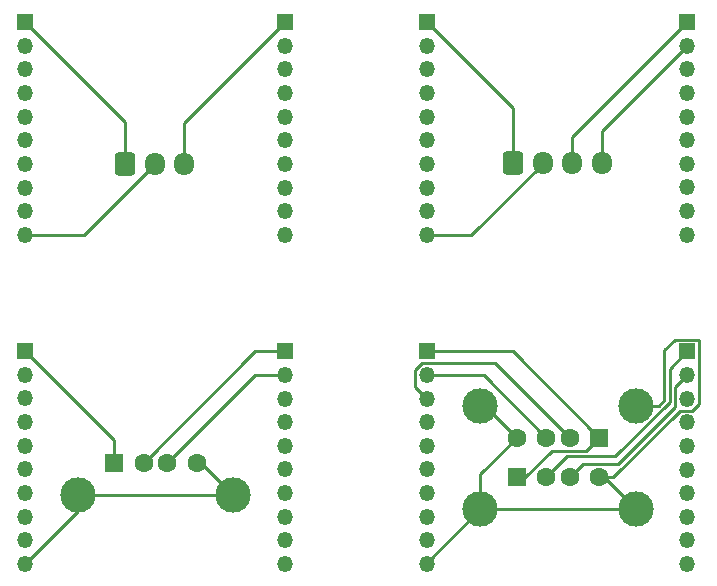
<source format=gbr>
%TF.GenerationSoftware,KiCad,Pcbnew,7.0.7*%
%TF.CreationDate,2023-10-06T19:00:49-06:00*%
%TF.ProjectId,Modular_Interfaces_No_GigE,4d6f6475-6c61-4725-9f49-6e7465726661,rev?*%
%TF.SameCoordinates,Original*%
%TF.FileFunction,Copper,L1,Top*%
%TF.FilePolarity,Positive*%
%FSLAX46Y46*%
G04 Gerber Fmt 4.6, Leading zero omitted, Abs format (unit mm)*
G04 Created by KiCad (PCBNEW 7.0.7) date 2023-10-06 19:00:49*
%MOMM*%
%LPD*%
G01*
G04 APERTURE LIST*
G04 Aperture macros list*
%AMRoundRect*
0 Rectangle with rounded corners*
0 $1 Rounding radius*
0 $2 $3 $4 $5 $6 $7 $8 $9 X,Y pos of 4 corners*
0 Add a 4 corners polygon primitive as box body*
4,1,4,$2,$3,$4,$5,$6,$7,$8,$9,$2,$3,0*
0 Add four circle primitives for the rounded corners*
1,1,$1+$1,$2,$3*
1,1,$1+$1,$4,$5*
1,1,$1+$1,$6,$7*
1,1,$1+$1,$8,$9*
0 Add four rect primitives between the rounded corners*
20,1,$1+$1,$2,$3,$4,$5,0*
20,1,$1+$1,$4,$5,$6,$7,0*
20,1,$1+$1,$6,$7,$8,$9,0*
20,1,$1+$1,$8,$9,$2,$3,0*%
G04 Aperture macros list end*
%TA.AperFunction,ComponentPad*%
%ADD10RoundRect,0.250000X-0.600000X-0.725000X0.600000X-0.725000X0.600000X0.725000X-0.600000X0.725000X0*%
%TD*%
%TA.AperFunction,ComponentPad*%
%ADD11O,1.700000X1.950000*%
%TD*%
%TA.AperFunction,ComponentPad*%
%ADD12R,1.350000X1.350000*%
%TD*%
%TA.AperFunction,ComponentPad*%
%ADD13O,1.350000X1.350000*%
%TD*%
%TA.AperFunction,ComponentPad*%
%ADD14R,1.600000X1.600000*%
%TD*%
%TA.AperFunction,ComponentPad*%
%ADD15C,1.600000*%
%TD*%
%TA.AperFunction,ComponentPad*%
%ADD16C,3.000000*%
%TD*%
%TA.AperFunction,Conductor*%
%ADD17C,0.250000*%
%TD*%
G04 APERTURE END LIST*
D10*
%TO.P,J11,1,Pin_1*%
%TO.N,Net-(J11-Pin_1)*%
X139523507Y-78091199D03*
D11*
%TO.P,J11,2,Pin_2*%
%TO.N,Net-(J11-Pin_2)*%
X142023507Y-78091199D03*
%TO.P,J11,3,Pin_3*%
%TO.N,Net-(J11-Pin_3)*%
X144523507Y-78091199D03*
%TO.P,J11,4,Pin_4*%
%TO.N,Net-(J11-Pin_4)*%
X147023507Y-78091199D03*
%TD*%
D12*
%TO.P,J13,1,Pin_1*%
%TO.N,Net-(J11-Pin_3)*%
X154220000Y-66120000D03*
D13*
%TO.P,J13,2,Pin_2*%
%TO.N,Net-(J11-Pin_4)*%
X154220000Y-68120000D03*
%TO.P,J13,3,Pin_3*%
%TO.N,unconnected-(J13-Pin_3-Pad3)*%
X154220000Y-70120000D03*
%TO.P,J13,4,Pin_4*%
%TO.N,unconnected-(J13-Pin_4-Pad4)*%
X154220000Y-72120000D03*
%TO.P,J13,5,Pin_5*%
%TO.N,unconnected-(J13-Pin_5-Pad5)*%
X154220000Y-74120000D03*
%TO.P,J13,6,Pin_6*%
%TO.N,unconnected-(J13-Pin_6-Pad6)*%
X154220000Y-76120000D03*
%TO.P,J13,7,Pin_7*%
%TO.N,unconnected-(J13-Pin_7-Pad7)*%
X154220000Y-78120000D03*
%TO.P,J13,8,Pin_8*%
%TO.N,unconnected-(J13-Pin_8-Pad8)*%
X154220000Y-80120000D03*
%TO.P,J13,9,Pin_9*%
%TO.N,unconnected-(J13-Pin_9-Pad9)*%
X154220000Y-82120000D03*
%TO.P,J13,10,Pin_10*%
%TO.N,unconnected-(J13-Pin_10-Pad10)*%
X154220000Y-84120000D03*
%TD*%
%TO.P,J12,10,Pin_10*%
%TO.N,Net-(J11-Pin_2)*%
X132250000Y-84130000D03*
%TO.P,J12,9,Pin_9*%
%TO.N,unconnected-(J12-Pin_9-Pad9)*%
X132250000Y-82130000D03*
%TO.P,J12,8,Pin_8*%
%TO.N,unconnected-(J12-Pin_8-Pad8)*%
X132250000Y-80130000D03*
%TO.P,J12,7,Pin_7*%
%TO.N,unconnected-(J12-Pin_7-Pad7)*%
X132250000Y-78130000D03*
%TO.P,J12,6,Pin_6*%
%TO.N,unconnected-(J12-Pin_6-Pad6)*%
X132250000Y-76130000D03*
%TO.P,J12,5,Pin_5*%
%TO.N,unconnected-(J12-Pin_5-Pad5)*%
X132250000Y-74130000D03*
%TO.P,J12,4,Pin_4*%
%TO.N,unconnected-(J12-Pin_4-Pad4)*%
X132250000Y-72130000D03*
%TO.P,J12,3,Pin_3*%
%TO.N,unconnected-(J12-Pin_3-Pad3)*%
X132250000Y-70130000D03*
%TO.P,J12,2,Pin_2*%
%TO.N,unconnected-(J12-Pin_2-Pad2)*%
X132250000Y-68130000D03*
D12*
%TO.P,J12,1,Pin_1*%
%TO.N,Net-(J11-Pin_1)*%
X132250000Y-66130000D03*
%TD*%
%TO.P,J10,1,Pin_1*%
%TO.N,Net-(J10-Pin_1)*%
X120200000Y-66130000D03*
D13*
%TO.P,J10,2,Pin_2*%
%TO.N,unconnected-(J10-Pin_2-Pad2)*%
X120200000Y-68130000D03*
%TO.P,J10,3,Pin_3*%
%TO.N,unconnected-(J10-Pin_3-Pad3)*%
X120200000Y-70130000D03*
%TO.P,J10,4,Pin_4*%
%TO.N,unconnected-(J10-Pin_4-Pad4)*%
X120200000Y-72130000D03*
%TO.P,J10,5,Pin_5*%
%TO.N,unconnected-(J10-Pin_5-Pad5)*%
X120200000Y-74130000D03*
%TO.P,J10,6,Pin_6*%
%TO.N,unconnected-(J10-Pin_6-Pad6)*%
X120200000Y-76130000D03*
%TO.P,J10,7,Pin_7*%
%TO.N,unconnected-(J10-Pin_7-Pad7)*%
X120200000Y-78130000D03*
%TO.P,J10,8,Pin_8*%
%TO.N,unconnected-(J10-Pin_8-Pad8)*%
X120200000Y-80130000D03*
%TO.P,J10,9,Pin_9*%
%TO.N,unconnected-(J10-Pin_9-Pad9)*%
X120200000Y-82130000D03*
%TO.P,J10,10,Pin_10*%
%TO.N,unconnected-(J10-Pin_10-Pad10)*%
X120200000Y-84130000D03*
%TD*%
D12*
%TO.P,J9,1,Pin_1*%
%TO.N,Net-(J8-Pin_1)*%
X98210000Y-66130000D03*
D13*
%TO.P,J9,2,Pin_2*%
%TO.N,unconnected-(J9-Pin_2-Pad2)*%
X98210000Y-68130000D03*
%TO.P,J9,3,Pin_3*%
%TO.N,unconnected-(J9-Pin_3-Pad3)*%
X98210000Y-70130000D03*
%TO.P,J9,4,Pin_4*%
%TO.N,unconnected-(J9-Pin_4-Pad4)*%
X98210000Y-72130000D03*
%TO.P,J9,5,Pin_5*%
%TO.N,unconnected-(J9-Pin_5-Pad5)*%
X98210000Y-74130000D03*
%TO.P,J9,6,Pin_6*%
%TO.N,unconnected-(J9-Pin_6-Pad6)*%
X98210000Y-76130000D03*
%TO.P,J9,7,Pin_7*%
%TO.N,unconnected-(J9-Pin_7-Pad7)*%
X98210000Y-78130000D03*
%TO.P,J9,8,Pin_8*%
%TO.N,unconnected-(J9-Pin_8-Pad8)*%
X98210000Y-80130000D03*
%TO.P,J9,9,Pin_9*%
%TO.N,unconnected-(J9-Pin_9-Pad9)*%
X98210000Y-82130000D03*
%TO.P,J9,10,Pin_10*%
%TO.N,Net-(J8-Pin_2)*%
X98210000Y-84130000D03*
%TD*%
D10*
%TO.P,J8,1,Pin_1*%
%TO.N,Net-(J8-Pin_1)*%
X106693507Y-78171199D03*
D11*
%TO.P,J8,2,Pin_2*%
%TO.N,Net-(J8-Pin_2)*%
X109193507Y-78171199D03*
%TO.P,J8,3,Pin_3*%
%TO.N,Net-(J10-Pin_1)*%
X111693507Y-78171199D03*
%TD*%
D13*
%TO.P,J7,10,Pin_10*%
%TO.N,unconnected-(J7-Pin_10-Pad10)*%
X154250000Y-112010000D03*
%TO.P,J7,9,Pin_9*%
%TO.N,unconnected-(J7-Pin_9-Pad9)*%
X154250000Y-110010000D03*
%TO.P,J7,8,Pin_8*%
%TO.N,unconnected-(J7-Pin_8-Pad8)*%
X154250000Y-108010000D03*
%TO.P,J7,7,Pin_7*%
%TO.N,unconnected-(J7-Pin_7-Pad7)*%
X154250000Y-106010000D03*
%TO.P,J7,6,Pin_6*%
%TO.N,unconnected-(J7-Pin_6-Pad6)*%
X154250000Y-104010000D03*
%TO.P,J7,5,Pin_5*%
%TO.N,unconnected-(J7-Pin_5-Pad5)*%
X154250000Y-102010000D03*
%TO.P,J7,4,Pin_4*%
%TO.N,unconnected-(J7-Pin_4-Pad4)*%
X154250000Y-100010000D03*
%TO.P,J7,3,Pin_3*%
%TO.N,unconnected-(J7-Pin_3-Pad3)*%
X154250000Y-98010000D03*
%TO.P,J7,2,Pin_2*%
%TO.N,Net-(J5-D+)*%
X154250000Y-96010000D03*
D12*
%TO.P,J7,1,Pin_1*%
%TO.N,Net-(J5-D-)*%
X154250000Y-94010000D03*
%TD*%
%TO.P,J6,1,Pin_1*%
%TO.N,Net-(J4-VBUS)*%
X132272200Y-93999000D03*
D13*
%TO.P,J6,2,Pin_2*%
%TO.N,Net-(J4-D+)*%
X132272200Y-95999000D03*
%TO.P,J6,3,Pin_3*%
%TO.N,Net-(J4-D-)*%
X132272200Y-97999000D03*
%TO.P,J6,4,Pin_4*%
%TO.N,unconnected-(J6-Pin_4-Pad4)*%
X132272200Y-99999000D03*
%TO.P,J6,5,Pin_5*%
%TO.N,unconnected-(J6-Pin_5-Pad5)*%
X132272200Y-101999000D03*
%TO.P,J6,6,Pin_6*%
%TO.N,unconnected-(J6-Pin_6-Pad6)*%
X132272200Y-103999000D03*
%TO.P,J6,7,Pin_7*%
%TO.N,unconnected-(J6-Pin_7-Pad7)*%
X132272200Y-105999000D03*
%TO.P,J6,8,Pin_8*%
%TO.N,unconnected-(J6-Pin_8-Pad8)*%
X132272200Y-107999000D03*
%TO.P,J6,9,Pin_9*%
%TO.N,unconnected-(J6-Pin_9-Pad9)*%
X132272200Y-109999000D03*
%TO.P,J6,10,Pin_10*%
%TO.N,Net-(J4-GND)*%
X132272200Y-111999000D03*
%TD*%
D14*
%TO.P,J5,1,VBUS*%
%TO.N,Net-(J4-VBUS)*%
X146830000Y-101300000D03*
D15*
%TO.P,J5,2,D-*%
%TO.N,Net-(J5-D-)*%
X144330000Y-101300000D03*
%TO.P,J5,3,D+*%
%TO.N,Net-(J5-D+)*%
X142330000Y-101300000D03*
%TO.P,J5,4,GND*%
%TO.N,Net-(J4-GND)*%
X139830000Y-101300000D03*
D16*
%TO.P,J5,5,Shield*%
X149900000Y-98590000D03*
X136760000Y-98590000D03*
%TD*%
D14*
%TO.P,J4,1,VBUS*%
%TO.N,Net-(J4-VBUS)*%
X139832200Y-104679000D03*
D15*
%TO.P,J4,2,D-*%
%TO.N,Net-(J4-D-)*%
X142332200Y-104679000D03*
%TO.P,J4,3,D+*%
%TO.N,Net-(J4-D+)*%
X144332200Y-104679000D03*
%TO.P,J4,4,GND*%
%TO.N,Net-(J4-GND)*%
X146832200Y-104679000D03*
D16*
%TO.P,J4,5,Shield*%
X136762200Y-107389000D03*
X149902200Y-107389000D03*
%TD*%
D12*
%TO.P,J3,1,Pin_1*%
%TO.N,Net-(J1-D-)*%
X120210000Y-94000000D03*
D13*
%TO.P,J3,2,Pin_2*%
%TO.N,Net-(J1-D+)*%
X120210000Y-96000000D03*
%TO.P,J3,3,Pin_3*%
%TO.N,unconnected-(J3-Pin_3-Pad3)*%
X120210000Y-98000000D03*
%TO.P,J3,4,Pin_4*%
%TO.N,unconnected-(J3-Pin_4-Pad4)*%
X120210000Y-100000000D03*
%TO.P,J3,5,Pin_5*%
%TO.N,unconnected-(J3-Pin_5-Pad5)*%
X120210000Y-102000000D03*
%TO.P,J3,6,Pin_6*%
%TO.N,unconnected-(J3-Pin_6-Pad6)*%
X120210000Y-104000000D03*
%TO.P,J3,7,Pin_7*%
%TO.N,unconnected-(J3-Pin_7-Pad7)*%
X120210000Y-106000000D03*
%TO.P,J3,8,Pin_8*%
%TO.N,unconnected-(J3-Pin_8-Pad8)*%
X120210000Y-108000000D03*
%TO.P,J3,9,Pin_9*%
%TO.N,unconnected-(J3-Pin_9-Pad9)*%
X120210000Y-110000000D03*
%TO.P,J3,10,Pin_10*%
%TO.N,unconnected-(J3-Pin_10-Pad10)*%
X120210000Y-112000000D03*
%TD*%
D12*
%TO.P,J2,1,Pin_1*%
%TO.N,Net-(J1-VBUS)*%
X98230000Y-93990000D03*
D13*
%TO.P,J2,2,Pin_2*%
%TO.N,unconnected-(J2-Pin_2-Pad2)*%
X98230000Y-95990000D03*
%TO.P,J2,3,Pin_3*%
%TO.N,unconnected-(J2-Pin_3-Pad3)*%
X98230000Y-97990000D03*
%TO.P,J2,4,Pin_4*%
%TO.N,unconnected-(J2-Pin_4-Pad4)*%
X98230000Y-99990000D03*
%TO.P,J2,5,Pin_5*%
%TO.N,unconnected-(J2-Pin_5-Pad5)*%
X98230000Y-101990000D03*
%TO.P,J2,6,Pin_6*%
%TO.N,unconnected-(J2-Pin_6-Pad6)*%
X98230000Y-103990000D03*
%TO.P,J2,7,Pin_7*%
%TO.N,unconnected-(J2-Pin_7-Pad7)*%
X98230000Y-105990000D03*
%TO.P,J2,8,Pin_8*%
%TO.N,unconnected-(J2-Pin_8-Pad8)*%
X98230000Y-107990000D03*
%TO.P,J2,9,Pin_9*%
%TO.N,unconnected-(J2-Pin_9-Pad9)*%
X98230000Y-109990000D03*
%TO.P,J2,10,Pin_10*%
%TO.N,Net-(J1-GND)*%
X98230000Y-111990000D03*
%TD*%
D14*
%TO.P,J1,1,VBUS*%
%TO.N,Net-(J1-VBUS)*%
X105760200Y-103410800D03*
D15*
%TO.P,J1,2,D-*%
%TO.N,Net-(J1-D-)*%
X108260200Y-103410800D03*
%TO.P,J1,3,D+*%
%TO.N,Net-(J1-D+)*%
X110260200Y-103410800D03*
%TO.P,J1,4,GND*%
%TO.N,Net-(J1-GND)*%
X112760200Y-103410800D03*
D16*
%TO.P,J1,5,Shield*%
X102690200Y-106120800D03*
X115830200Y-106120800D03*
%TD*%
D17*
%TO.N,Net-(J10-Pin_1)*%
X111693507Y-78171199D02*
X111693507Y-74641199D01*
%TO.N,Net-(J8-Pin_2)*%
X109193507Y-78171199D02*
X103232507Y-84132199D01*
X103232507Y-84132199D02*
X98217307Y-84132199D01*
%TO.N,Net-(J11-Pin_3)*%
X144523507Y-75821199D02*
X154223507Y-66121199D01*
%TO.N,Net-(J11-Pin_1)*%
X139523507Y-78096199D02*
X139523507Y-73401199D01*
%TO.N,Net-(J11-Pin_4)*%
X147023507Y-78096199D02*
X147023507Y-75321199D01*
X147023507Y-75321199D02*
X154223507Y-68121199D01*
%TO.N,Net-(J11-Pin_3)*%
X144523507Y-78096199D02*
X144523507Y-75821199D01*
%TO.N,Net-(J11-Pin_2)*%
X135988507Y-84131199D02*
X132253507Y-84131199D01*
%TO.N,Net-(J11-Pin_1)*%
X139523507Y-73401199D02*
X132253507Y-66131199D01*
%TO.N,Net-(J10-Pin_1)*%
X111693507Y-74641199D02*
X120203507Y-66131199D01*
%TO.N,Net-(J11-Pin_2)*%
X142023507Y-78096199D02*
X135988507Y-84131199D01*
%TO.N,Net-(J4-GND)*%
X132266000Y-111885200D02*
X132266000Y-112000000D01*
X147963570Y-104679000D02*
X153632170Y-99010400D01*
X136762200Y-107389000D02*
X132266000Y-111885200D01*
%TO.N,Net-(J1-D-)*%
X108260200Y-103410800D02*
X117669600Y-94001400D01*
%TO.N,Net-(J4-GND)*%
X151846744Y-98588200D02*
X149902200Y-98588200D01*
X155253400Y-98424614D02*
X155253400Y-93010400D01*
%TO.N,Net-(J4-VBUS)*%
X146832200Y-101298200D02*
X139534000Y-94000000D01*
%TO.N,Net-(J1-GND)*%
X115830200Y-106120800D02*
X113120200Y-103410800D01*
%TO.N,Net-(J4-GND)*%
X136762200Y-107389000D02*
X136762200Y-104368200D01*
X136762200Y-104368200D02*
X139832200Y-101298200D01*
%TO.N,Net-(J4-D-)*%
X131252200Y-96986200D02*
X132266000Y-98000000D01*
%TO.N,Net-(J1-D-)*%
X117669600Y-94001400D02*
X120211200Y-94001400D01*
%TO.N,Net-(J1-GND)*%
X102690200Y-106120800D02*
X115830200Y-106120800D01*
X98223800Y-111991000D02*
X102690200Y-107524600D01*
%TO.N,Net-(J1-VBUS)*%
X105760200Y-101527400D02*
X105760200Y-103410800D01*
%TO.N,Net-(J4-VBUS)*%
X145707200Y-102423200D02*
X146832200Y-101298200D01*
%TO.N,Net-(J4-GND)*%
X152342200Y-93921600D02*
X152342200Y-98092744D01*
X136762200Y-107389000D02*
X149902200Y-107389000D01*
%TO.N,Net-(J4-D-)*%
X138034000Y-95000000D02*
X131851786Y-95000000D01*
%TO.N,Net-(J4-GND)*%
X139832200Y-101298200D02*
X137122200Y-98588200D01*
%TO.N,Net-(J1-VBUS)*%
X98223800Y-93991000D02*
X105760200Y-101527400D01*
%TO.N,Net-(J4-D-)*%
X131851786Y-95000000D02*
X131252200Y-95599586D01*
%TO.N,Net-(J4-VBUS)*%
X140542391Y-104679000D02*
X142798191Y-102423200D01*
%TO.N,Net-(J4-GND)*%
X153253400Y-93010400D02*
X152342200Y-93921600D01*
X153632170Y-99010400D02*
X154667614Y-99010400D01*
X137122200Y-98588200D02*
X136762200Y-98588200D01*
X152342200Y-98092744D02*
X151846744Y-98588200D01*
X155253400Y-93010400D02*
X153253400Y-93010400D01*
X146832200Y-104679000D02*
X147963570Y-104679000D01*
%TO.N,Net-(J4-D-)*%
X154253400Y-94010400D02*
X152792200Y-95471600D01*
%TO.N,Net-(J4-D+)*%
X142332200Y-101298200D02*
X137034000Y-96000000D01*
%TO.N,Net-(J1-GND)*%
X102690200Y-107524600D02*
X102690200Y-106120800D01*
%TO.N,Net-(J1-D+)*%
X117669600Y-96001400D02*
X120211200Y-96001400D01*
X110260200Y-103410800D02*
X117669600Y-96001400D01*
%TO.N,Net-(J8-Pin_1)*%
X106693507Y-74608399D02*
X98217307Y-66132199D01*
X106693507Y-78171199D02*
X106693507Y-74608399D01*
%TO.N,Net-(J4-D+)*%
X145457200Y-103554000D02*
X148387200Y-103554000D01*
%TO.N,Net-(J4-VBUS)*%
X139832200Y-104679000D02*
X140542391Y-104679000D01*
%TO.N,Net-(J4-D-)*%
X131252200Y-95599586D02*
X131252200Y-96986200D01*
%TO.N,Net-(J4-D+)*%
X153242200Y-98699000D02*
X153242200Y-97021600D01*
X153242200Y-97021600D02*
X154253400Y-96010400D01*
X144332200Y-104679000D02*
X145457200Y-103554000D01*
%TO.N,Net-(J4-D-)*%
X152792200Y-98279140D02*
X148192340Y-102879000D01*
%TO.N,Net-(J1-VBUS)*%
X98223800Y-93991000D02*
X98615000Y-93991000D01*
%TO.N,Net-(J4-GND)*%
X149902200Y-107389000D02*
X147192200Y-104679000D01*
X147192200Y-104679000D02*
X146832200Y-104679000D01*
%TO.N,Net-(J4-D-)*%
X144332200Y-101298200D02*
X138034000Y-95000000D01*
%TO.N,Net-(J4-VBUS)*%
X139534000Y-94000000D02*
X132266000Y-94000000D01*
X142798191Y-102423200D02*
X145707200Y-102423200D01*
%TO.N,Net-(J4-GND)*%
X154667614Y-99010400D02*
X155253400Y-98424614D01*
%TO.N,Net-(J1-GND)*%
X113120200Y-103410800D02*
X112760200Y-103410800D01*
%TO.N,Net-(J4-D+)*%
X148387200Y-103554000D02*
X153242200Y-98699000D01*
%TO.N,Net-(J4-D-)*%
X144132200Y-102879000D02*
X142332200Y-104679000D01*
X148192340Y-102879000D02*
X144132200Y-102879000D01*
X152792200Y-95471600D02*
X152792200Y-98279140D01*
%TO.N,Net-(J4-D+)*%
X137034000Y-96000000D02*
X132266000Y-96000000D01*
%TD*%
M02*

</source>
